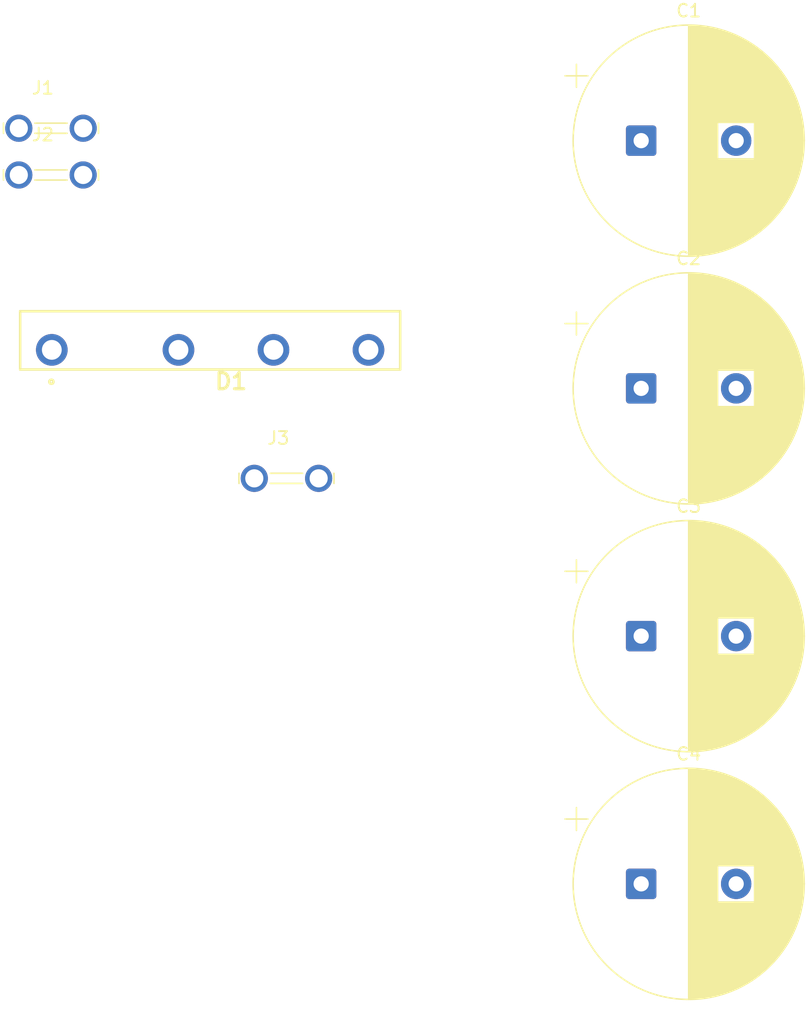
<source format=kicad_pcb>
(kicad_pcb (version 20241229) (generator "pcbnew") (generator_version "9.0")
  (layers (0 "F.Cu" signal) (2 "B.Cu" signal) (13 "F.Paste" user) (15 "B.Paste" user) (5 "F.SilkS" user "F.Silkscreen") (7 "B.SilkS" user "B.Silkscreen") (1 "F.Mask" user) (3 "B.Mask" user) (25 "Edge.Cuts" user))
  (net 0 "")
  (net 1 "+DC")
  (net 2 "Net-(J1-Pin_1)")
  (net 3 "-DC")
  (net 4 "Net-(J2-Pin_1)")
  (net 5 "GND")
  (footprint "Capacitor_THT:CP_Radial_D18.0mm_P7.50mm" (layer "F.Cu") (at 107.45 38.2)
    (property "Reference" "C1" (at 3.75 -10.25 0) (layer "F.SilkS"))
    (property "Value" "2200UF/100V")
    (pad "1" thru_hole roundrect (at 0 0) (size 2.4 2.4) (drill 1.2) (layers "*.Cu" "*.Mask") (roundrect_rratio 0.104167) (net 1 "+DC"))
    (pad "2" thru_hole circle (at 7.5 0) (size 2.4 2.4) (drill 1.2) (layers "*.Cu" "*.Mask") (net 5 "GND"))
  )
  (footprint "Capacitor_THT:CP_Radial_D18.0mm_P7.50mm" (layer "F.Cu") (at 107.45 77.3)
    (property "Reference" "C3" (at 3.75 -10.25 0) (layer "F.SilkS"))
    (property "Value" "2200UF/100V")
    (pad "1" thru_hole roundrect (at 0 0) (size 2.4 2.4) (drill 1.2) (layers "*.Cu" "*.Mask") (roundrect_rratio 0.104167) (net 5 "GND"))
    (pad "2" thru_hole circle (at 7.5 0) (size 2.4 2.4) (drill 1.2) (layers "*.Cu" "*.Mask") (net 3 "-DC"))
  )
  (footprint "PCB:TE_62409-1" (layer "F.Cu") (at 60.86 37.22)
    (property "Reference" "J1" (at -0.636045 -3.180265 0) (layer "F.SilkS") (effects (font (size 1.001661 1.001661))))
    (property "Value" "Conn_01x01_Pin")
    (pad "1" thru_hole circle (at -2.54 0) (size 2.145 2.145) (drill 1.43) (layers "*.Cu" "*.Mask") (net 2 "Net-(J1-Pin_1)"))
    (pad "2" thru_hole circle (at 2.54 0) (size 2.145 2.145) (drill 1.43) (layers "*.Cu" "*.Mask"))
  )
  (footprint "PCB:TE_62409-1" (layer "F.Cu") (at 60.86 40.91)
    (property "Reference" "J2" (at -0.636045 -3.180265 0) (layer "F.SilkS") (effects (font (size 1.001661 1.001661))))
    (property "Value" "Conn_01x01_Pin")
    (pad "1" thru_hole circle (at -2.54 0) (size 2.145 2.145) (drill 1.43) (layers "*.Cu" "*.Mask") (net 4 "Net-(J2-Pin_1)"))
    (pad "2" thru_hole circle (at 2.54 0) (size 2.145 2.145) (drill 1.43) (layers "*.Cu" "*.Mask"))
  )
  (footprint "Capacitor_THT:CP_Radial_D18.0mm_P7.50mm" (layer "F.Cu") (at 107.45 96.85)
    (property "Reference" "C4" (at 3.75 -10.25 0) (layer "F.SilkS"))
    (property "Value" "2200UF/100V")
    (pad "1" thru_hole roundrect (at 0 0) (size 2.4 2.4) (drill 1.2) (layers "*.Cu" "*.Mask") (roundrect_rratio 0.104167) (net 5 "GND"))
    (pad "2" thru_hole circle (at 7.5 0) (size 2.4 2.4) (drill 1.2) (layers "*.Cu" "*.Mask") (net 3 "-DC"))
  )
  (footprint "PCB:GBJ_1" (layer "F.Cu") (at 58.425 51.661)
    (property "Reference" "D1" (at 16.65 5.54 0) (layer "F.SilkS") (effects (font (size 1.27 1.27) (thickness 0.254))))
    (property "Value" "GBJ2510-F" (hide yes))
    (pad "1" thru_hole circle (at 2.5 3.05) (size 2.5 2.5) (drill 1.56) (layers "*.Cu" "*.Mask") (net 1 "+DC"))
    (pad "2" thru_hole circle (at 12.5 3.05) (size 2.5 2.5) (drill 1.56) (layers "*.Cu" "*.Mask") (net 4 "Net-(J2-Pin_1)"))
    (pad "3" thru_hole circle (at 20 3.05) (size 2.5 2.5) (drill 1.56) (layers "*.Cu" "*.Mask") (net 2 "Net-(J1-Pin_1)"))
    (pad "4" thru_hole circle (at 27.5 3.05) (size 2.5 2.5) (drill 1.56) (layers "*.Cu" "*.Mask") (net 3 "-DC"))
  )
  (footprint "Capacitor_THT:CP_Radial_D18.0mm_P7.50mm" (layer "F.Cu") (at 107.45 57.75)
    (property "Reference" "C2" (at 3.75 -10.25 0) (layer "F.SilkS"))
    (property "Value" "2200UF/100V")
    (pad "1" thru_hole roundrect (at 0 0) (size 2.4 2.4) (drill 1.2) (layers "*.Cu" "*.Mask") (roundrect_rratio 0.104167) (net 1 "+DC"))
    (pad "2" thru_hole circle (at 7.5 0) (size 2.4 2.4) (drill 1.2) (layers "*.Cu" "*.Mask") (net 5 "GND"))
  )
  (footprint "PCB:TE_62409-1" (layer "F.Cu") (at 79.45 64.85)
    (property "Reference" "J3" (at -0.636045 -3.180265 0) (layer "F.SilkS") (effects (font (size 1.001661 1.001661))))
    (property "Value" "Conn_01x01_Pin")
    (pad "1" thru_hole circle (at -2.54 0) (size 2.145 2.145) (drill 1.43) (layers "*.Cu" "*.Mask") (net 5 "GND"))
    (pad "2" thru_hole circle (at 2.54 0) (size 2.145 2.145) (drill 1.43) (layers "*.Cu" "*.Mask"))
  )
)
</source>
